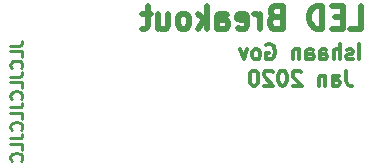
<source format=gbr>
G04 #@! TF.GenerationSoftware,KiCad,Pcbnew,(5.1.4)-1*
G04 #@! TF.CreationDate,2020-03-27T03:55:43-04:00*
G04 #@! TF.ProjectId,RGB_endstop_breakout,5247425f-656e-4647-9374-6f705f627265,rev?*
G04 #@! TF.SameCoordinates,Original*
G04 #@! TF.FileFunction,Legend,Bot*
G04 #@! TF.FilePolarity,Positive*
%FSLAX46Y46*%
G04 Gerber Fmt 4.6, Leading zero omitted, Abs format (unit mm)*
G04 Created by KiCad (PCBNEW (5.1.4)-1) date 2020-03-27 03:55:43*
%MOMM*%
%LPD*%
G04 APERTURE LIST*
%ADD10C,0.254000*%
%ADD11C,0.317500*%
%ADD12C,0.476250*%
%ADD13O,2.102000X1.802000*%
%ADD14C,0.100000*%
%ADD15C,1.802000*%
%ADD16O,2.052000X1.802000*%
%ADD17O,1.829200X1.829200*%
%ADD18R,1.829200X1.829200*%
%ADD19C,10.702000*%
G04 APERTURE END LIST*
D10*
X127443619Y-105307047D02*
X128169333Y-105307047D01*
X128314476Y-105258666D01*
X128411238Y-105161904D01*
X128459619Y-105016761D01*
X128459619Y-104920000D01*
X128459619Y-106274666D02*
X128459619Y-105790857D01*
X127443619Y-105790857D01*
X128362857Y-107193904D02*
X128411238Y-107145523D01*
X128459619Y-107000380D01*
X128459619Y-106903619D01*
X128411238Y-106758476D01*
X128314476Y-106661714D01*
X128217714Y-106613333D01*
X128024190Y-106564952D01*
X127879047Y-106564952D01*
X127685523Y-106613333D01*
X127588761Y-106661714D01*
X127492000Y-106758476D01*
X127443619Y-106903619D01*
X127443619Y-107000380D01*
X127492000Y-107145523D01*
X127540380Y-107193904D01*
X127443619Y-107919619D02*
X128169333Y-107919619D01*
X128314476Y-107871238D01*
X128411238Y-107774476D01*
X128459619Y-107629333D01*
X128459619Y-107532571D01*
X128459619Y-108887238D02*
X128459619Y-108403428D01*
X127443619Y-108403428D01*
X128362857Y-109806476D02*
X128411238Y-109758095D01*
X128459619Y-109612952D01*
X128459619Y-109516190D01*
X128411238Y-109371047D01*
X128314476Y-109274285D01*
X128217714Y-109225904D01*
X128024190Y-109177523D01*
X127879047Y-109177523D01*
X127685523Y-109225904D01*
X127588761Y-109274285D01*
X127492000Y-109371047D01*
X127443619Y-109516190D01*
X127443619Y-109612952D01*
X127492000Y-109758095D01*
X127540380Y-109806476D01*
X127443619Y-110532190D02*
X128169333Y-110532190D01*
X128314476Y-110483809D01*
X128411238Y-110387047D01*
X128459619Y-110241904D01*
X128459619Y-110145142D01*
X128459619Y-111499809D02*
X128459619Y-111016000D01*
X127443619Y-111016000D01*
X128362857Y-112419047D02*
X128411238Y-112370666D01*
X128459619Y-112225523D01*
X128459619Y-112128761D01*
X128411238Y-111983619D01*
X128314476Y-111886857D01*
X128217714Y-111838476D01*
X128024190Y-111790095D01*
X127879047Y-111790095D01*
X127685523Y-111838476D01*
X127588761Y-111886857D01*
X127492000Y-111983619D01*
X127443619Y-112128761D01*
X127443619Y-112225523D01*
X127492000Y-112370666D01*
X127540380Y-112419047D01*
X127443619Y-113144761D02*
X128169333Y-113144761D01*
X128314476Y-113096380D01*
X128411238Y-112999619D01*
X128459619Y-112854476D01*
X128459619Y-112757714D01*
X128459619Y-114112380D02*
X128459619Y-113628571D01*
X127443619Y-113628571D01*
X128362857Y-115031619D02*
X128411238Y-114983238D01*
X128459619Y-114838095D01*
X128459619Y-114741333D01*
X128411238Y-114596190D01*
X128314476Y-114499428D01*
X128217714Y-114451047D01*
X128024190Y-114402666D01*
X127879047Y-114402666D01*
X127685523Y-114451047D01*
X127588761Y-114499428D01*
X127492000Y-114596190D01*
X127443619Y-114741333D01*
X127443619Y-114838095D01*
X127492000Y-114983238D01*
X127540380Y-115031619D01*
D11*
X156989285Y-106463273D02*
X156989285Y-105193273D01*
X156445000Y-106402797D02*
X156324047Y-106463273D01*
X156082142Y-106463273D01*
X155961190Y-106402797D01*
X155900714Y-106281845D01*
X155900714Y-106221369D01*
X155961190Y-106100416D01*
X156082142Y-106039940D01*
X156263571Y-106039940D01*
X156384523Y-105979464D01*
X156445000Y-105858511D01*
X156445000Y-105798035D01*
X156384523Y-105677083D01*
X156263571Y-105616607D01*
X156082142Y-105616607D01*
X155961190Y-105677083D01*
X155356428Y-106463273D02*
X155356428Y-105193273D01*
X154812142Y-106463273D02*
X154812142Y-105798035D01*
X154872619Y-105677083D01*
X154993571Y-105616607D01*
X155175000Y-105616607D01*
X155295952Y-105677083D01*
X155356428Y-105737559D01*
X153663095Y-106463273D02*
X153663095Y-105798035D01*
X153723571Y-105677083D01*
X153844523Y-105616607D01*
X154086428Y-105616607D01*
X154207380Y-105677083D01*
X153663095Y-106402797D02*
X153784047Y-106463273D01*
X154086428Y-106463273D01*
X154207380Y-106402797D01*
X154267857Y-106281845D01*
X154267857Y-106160892D01*
X154207380Y-106039940D01*
X154086428Y-105979464D01*
X153784047Y-105979464D01*
X153663095Y-105918988D01*
X152514047Y-106463273D02*
X152514047Y-105798035D01*
X152574523Y-105677083D01*
X152695476Y-105616607D01*
X152937380Y-105616607D01*
X153058333Y-105677083D01*
X152514047Y-106402797D02*
X152635000Y-106463273D01*
X152937380Y-106463273D01*
X153058333Y-106402797D01*
X153118809Y-106281845D01*
X153118809Y-106160892D01*
X153058333Y-106039940D01*
X152937380Y-105979464D01*
X152635000Y-105979464D01*
X152514047Y-105918988D01*
X151909285Y-105616607D02*
X151909285Y-106463273D01*
X151909285Y-105737559D02*
X151848809Y-105677083D01*
X151727857Y-105616607D01*
X151546428Y-105616607D01*
X151425476Y-105677083D01*
X151365000Y-105798035D01*
X151365000Y-106463273D01*
X149127380Y-105253750D02*
X149248333Y-105193273D01*
X149429761Y-105193273D01*
X149611190Y-105253750D01*
X149732142Y-105374702D01*
X149792619Y-105495654D01*
X149853095Y-105737559D01*
X149853095Y-105918988D01*
X149792619Y-106160892D01*
X149732142Y-106281845D01*
X149611190Y-106402797D01*
X149429761Y-106463273D01*
X149308809Y-106463273D01*
X149127380Y-106402797D01*
X149066904Y-106342321D01*
X149066904Y-105918988D01*
X149308809Y-105918988D01*
X148341190Y-106463273D02*
X148462142Y-106402797D01*
X148522619Y-106342321D01*
X148583095Y-106221369D01*
X148583095Y-105858511D01*
X148522619Y-105737559D01*
X148462142Y-105677083D01*
X148341190Y-105616607D01*
X148159761Y-105616607D01*
X148038809Y-105677083D01*
X147978333Y-105737559D01*
X147917857Y-105858511D01*
X147917857Y-106221369D01*
X147978333Y-106342321D01*
X148038809Y-106402797D01*
X148159761Y-106463273D01*
X148341190Y-106463273D01*
X147494523Y-105616607D02*
X147192142Y-106463273D01*
X146889761Y-105616607D01*
X155870476Y-107415773D02*
X155870476Y-108322916D01*
X155930952Y-108504345D01*
X156051904Y-108625297D01*
X156233333Y-108685773D01*
X156354285Y-108685773D01*
X154721428Y-108685773D02*
X154721428Y-108020535D01*
X154781904Y-107899583D01*
X154902857Y-107839107D01*
X155144761Y-107839107D01*
X155265714Y-107899583D01*
X154721428Y-108625297D02*
X154842380Y-108685773D01*
X155144761Y-108685773D01*
X155265714Y-108625297D01*
X155326190Y-108504345D01*
X155326190Y-108383392D01*
X155265714Y-108262440D01*
X155144761Y-108201964D01*
X154842380Y-108201964D01*
X154721428Y-108141488D01*
X154116666Y-107839107D02*
X154116666Y-108685773D01*
X154116666Y-107960059D02*
X154056190Y-107899583D01*
X153935238Y-107839107D01*
X153753809Y-107839107D01*
X153632857Y-107899583D01*
X153572380Y-108020535D01*
X153572380Y-108685773D01*
X152060476Y-107536726D02*
X152000000Y-107476250D01*
X151879047Y-107415773D01*
X151576666Y-107415773D01*
X151455714Y-107476250D01*
X151395238Y-107536726D01*
X151334761Y-107657678D01*
X151334761Y-107778630D01*
X151395238Y-107960059D01*
X152120952Y-108685773D01*
X151334761Y-108685773D01*
X150548571Y-107415773D02*
X150427619Y-107415773D01*
X150306666Y-107476250D01*
X150246190Y-107536726D01*
X150185714Y-107657678D01*
X150125238Y-107899583D01*
X150125238Y-108201964D01*
X150185714Y-108443869D01*
X150246190Y-108564821D01*
X150306666Y-108625297D01*
X150427619Y-108685773D01*
X150548571Y-108685773D01*
X150669523Y-108625297D01*
X150730000Y-108564821D01*
X150790476Y-108443869D01*
X150850952Y-108201964D01*
X150850952Y-107899583D01*
X150790476Y-107657678D01*
X150730000Y-107536726D01*
X150669523Y-107476250D01*
X150548571Y-107415773D01*
X149641428Y-107536726D02*
X149580952Y-107476250D01*
X149460000Y-107415773D01*
X149157619Y-107415773D01*
X149036666Y-107476250D01*
X148976190Y-107536726D01*
X148915714Y-107657678D01*
X148915714Y-107778630D01*
X148976190Y-107960059D01*
X149701904Y-108685773D01*
X148915714Y-108685773D01*
X148129523Y-107415773D02*
X148008571Y-107415773D01*
X147887619Y-107476250D01*
X147827142Y-107536726D01*
X147766666Y-107657678D01*
X147706190Y-107899583D01*
X147706190Y-108201964D01*
X147766666Y-108443869D01*
X147827142Y-108564821D01*
X147887619Y-108625297D01*
X148008571Y-108685773D01*
X148129523Y-108685773D01*
X148250476Y-108625297D01*
X148310952Y-108564821D01*
X148371428Y-108443869D01*
X148431904Y-108201964D01*
X148431904Y-107899583D01*
X148371428Y-107657678D01*
X148310952Y-107536726D01*
X148250476Y-107476250D01*
X148129523Y-107415773D01*
D12*
X156209642Y-103861785D02*
X157116785Y-103861785D01*
X157116785Y-101956785D01*
X155574642Y-102863928D02*
X154939642Y-102863928D01*
X154667500Y-103861785D02*
X155574642Y-103861785D01*
X155574642Y-101956785D01*
X154667500Y-101956785D01*
X153851071Y-103861785D02*
X153851071Y-101956785D01*
X153397500Y-101956785D01*
X153125357Y-102047500D01*
X152943928Y-102228928D01*
X152853214Y-102410357D01*
X152762500Y-102773214D01*
X152762500Y-103045357D01*
X152853214Y-103408214D01*
X152943928Y-103589642D01*
X153125357Y-103771071D01*
X153397500Y-103861785D01*
X153851071Y-103861785D01*
X149859642Y-102863928D02*
X149587500Y-102954642D01*
X149496785Y-103045357D01*
X149406071Y-103226785D01*
X149406071Y-103498928D01*
X149496785Y-103680357D01*
X149587500Y-103771071D01*
X149768928Y-103861785D01*
X150494642Y-103861785D01*
X150494642Y-101956785D01*
X149859642Y-101956785D01*
X149678214Y-102047500D01*
X149587500Y-102138214D01*
X149496785Y-102319642D01*
X149496785Y-102501071D01*
X149587500Y-102682500D01*
X149678214Y-102773214D01*
X149859642Y-102863928D01*
X150494642Y-102863928D01*
X148589642Y-103861785D02*
X148589642Y-102591785D01*
X148589642Y-102954642D02*
X148498928Y-102773214D01*
X148408214Y-102682500D01*
X148226785Y-102591785D01*
X148045357Y-102591785D01*
X146684642Y-103771071D02*
X146866071Y-103861785D01*
X147228928Y-103861785D01*
X147410357Y-103771071D01*
X147501071Y-103589642D01*
X147501071Y-102863928D01*
X147410357Y-102682500D01*
X147228928Y-102591785D01*
X146866071Y-102591785D01*
X146684642Y-102682500D01*
X146593928Y-102863928D01*
X146593928Y-103045357D01*
X147501071Y-103226785D01*
X144961071Y-103861785D02*
X144961071Y-102863928D01*
X145051785Y-102682500D01*
X145233214Y-102591785D01*
X145596071Y-102591785D01*
X145777500Y-102682500D01*
X144961071Y-103771071D02*
X145142500Y-103861785D01*
X145596071Y-103861785D01*
X145777500Y-103771071D01*
X145868214Y-103589642D01*
X145868214Y-103408214D01*
X145777500Y-103226785D01*
X145596071Y-103136071D01*
X145142500Y-103136071D01*
X144961071Y-103045357D01*
X144053928Y-103861785D02*
X144053928Y-101956785D01*
X143872500Y-103136071D02*
X143328214Y-103861785D01*
X143328214Y-102591785D02*
X144053928Y-103317500D01*
X142239642Y-103861785D02*
X142421071Y-103771071D01*
X142511785Y-103680357D01*
X142602500Y-103498928D01*
X142602500Y-102954642D01*
X142511785Y-102773214D01*
X142421071Y-102682500D01*
X142239642Y-102591785D01*
X141967500Y-102591785D01*
X141786071Y-102682500D01*
X141695357Y-102773214D01*
X141604642Y-102954642D01*
X141604642Y-103498928D01*
X141695357Y-103680357D01*
X141786071Y-103771071D01*
X141967500Y-103861785D01*
X142239642Y-103861785D01*
X139971785Y-102591785D02*
X139971785Y-103861785D01*
X140788214Y-102591785D02*
X140788214Y-103589642D01*
X140697500Y-103771071D01*
X140516071Y-103861785D01*
X140243928Y-103861785D01*
X140062500Y-103771071D01*
X139971785Y-103680357D01*
X139336785Y-102591785D02*
X138611071Y-102591785D01*
X139064642Y-101956785D02*
X139064642Y-103589642D01*
X138973928Y-103771071D01*
X138792500Y-103861785D01*
X138611071Y-103861785D01*
%LPC*%
D13*
X138840000Y-96110000D03*
D14*
G36*
X139651975Y-97710276D02*
G01*
X139677699Y-97714092D01*
X139702925Y-97720411D01*
X139727411Y-97729172D01*
X139750920Y-97740291D01*
X139773226Y-97753661D01*
X139794114Y-97769152D01*
X139813383Y-97786617D01*
X139830848Y-97805886D01*
X139846339Y-97826774D01*
X139859709Y-97849080D01*
X139870828Y-97872589D01*
X139879589Y-97897075D01*
X139885908Y-97922301D01*
X139889724Y-97948025D01*
X139891000Y-97974000D01*
X139891000Y-99246000D01*
X139889724Y-99271975D01*
X139885908Y-99297699D01*
X139879589Y-99322925D01*
X139870828Y-99347411D01*
X139859709Y-99370920D01*
X139846339Y-99393226D01*
X139830848Y-99414114D01*
X139813383Y-99433383D01*
X139794114Y-99450848D01*
X139773226Y-99466339D01*
X139750920Y-99479709D01*
X139727411Y-99490828D01*
X139702925Y-99499589D01*
X139677699Y-99505908D01*
X139651975Y-99509724D01*
X139626000Y-99511000D01*
X138054000Y-99511000D01*
X138028025Y-99509724D01*
X138002301Y-99505908D01*
X137977075Y-99499589D01*
X137952589Y-99490828D01*
X137929080Y-99479709D01*
X137906774Y-99466339D01*
X137885886Y-99450848D01*
X137866617Y-99433383D01*
X137849152Y-99414114D01*
X137833661Y-99393226D01*
X137820291Y-99370920D01*
X137809172Y-99347411D01*
X137800411Y-99322925D01*
X137794092Y-99297699D01*
X137790276Y-99271975D01*
X137789000Y-99246000D01*
X137789000Y-97974000D01*
X137790276Y-97948025D01*
X137794092Y-97922301D01*
X137800411Y-97897075D01*
X137809172Y-97872589D01*
X137820291Y-97849080D01*
X137833661Y-97826774D01*
X137849152Y-97805886D01*
X137866617Y-97786617D01*
X137885886Y-97769152D01*
X137906774Y-97753661D01*
X137929080Y-97740291D01*
X137952589Y-97729172D01*
X137977075Y-97720411D01*
X138002301Y-97714092D01*
X138028025Y-97710276D01*
X138054000Y-97709000D01*
X139626000Y-97709000D01*
X139651975Y-97710276D01*
X139651975Y-97710276D01*
G37*
D15*
X138840000Y-98610000D03*
D16*
X138840000Y-106390000D03*
X138840000Y-108890000D03*
X138840000Y-111390000D03*
D14*
G36*
X139626975Y-112990276D02*
G01*
X139652699Y-112994092D01*
X139677925Y-113000411D01*
X139702411Y-113009172D01*
X139725920Y-113020291D01*
X139748226Y-113033661D01*
X139769114Y-113049152D01*
X139788383Y-113066617D01*
X139805848Y-113085886D01*
X139821339Y-113106774D01*
X139834709Y-113129080D01*
X139845828Y-113152589D01*
X139854589Y-113177075D01*
X139860908Y-113202301D01*
X139864724Y-113228025D01*
X139866000Y-113254000D01*
X139866000Y-114526000D01*
X139864724Y-114551975D01*
X139860908Y-114577699D01*
X139854589Y-114602925D01*
X139845828Y-114627411D01*
X139834709Y-114650920D01*
X139821339Y-114673226D01*
X139805848Y-114694114D01*
X139788383Y-114713383D01*
X139769114Y-114730848D01*
X139748226Y-114746339D01*
X139725920Y-114759709D01*
X139702411Y-114770828D01*
X139677925Y-114779589D01*
X139652699Y-114785908D01*
X139626975Y-114789724D01*
X139601000Y-114791000D01*
X138079000Y-114791000D01*
X138053025Y-114789724D01*
X138027301Y-114785908D01*
X138002075Y-114779589D01*
X137977589Y-114770828D01*
X137954080Y-114759709D01*
X137931774Y-114746339D01*
X137910886Y-114730848D01*
X137891617Y-114713383D01*
X137874152Y-114694114D01*
X137858661Y-114673226D01*
X137845291Y-114650920D01*
X137834172Y-114627411D01*
X137825411Y-114602925D01*
X137819092Y-114577699D01*
X137815276Y-114551975D01*
X137814000Y-114526000D01*
X137814000Y-113254000D01*
X137815276Y-113228025D01*
X137819092Y-113202301D01*
X137825411Y-113177075D01*
X137834172Y-113152589D01*
X137845291Y-113129080D01*
X137858661Y-113106774D01*
X137874152Y-113085886D01*
X137891617Y-113066617D01*
X137910886Y-113049152D01*
X137931774Y-113033661D01*
X137954080Y-113020291D01*
X137977589Y-113009172D01*
X138002075Y-113000411D01*
X138027301Y-112994092D01*
X138053025Y-112990276D01*
X138079000Y-112989000D01*
X139601000Y-112989000D01*
X139626975Y-112990276D01*
X139626975Y-112990276D01*
G37*
D15*
X138840000Y-113890000D03*
D16*
X131220000Y-106390000D03*
X131220000Y-108890000D03*
X131220000Y-111390000D03*
D14*
G36*
X132006975Y-112990276D02*
G01*
X132032699Y-112994092D01*
X132057925Y-113000411D01*
X132082411Y-113009172D01*
X132105920Y-113020291D01*
X132128226Y-113033661D01*
X132149114Y-113049152D01*
X132168383Y-113066617D01*
X132185848Y-113085886D01*
X132201339Y-113106774D01*
X132214709Y-113129080D01*
X132225828Y-113152589D01*
X132234589Y-113177075D01*
X132240908Y-113202301D01*
X132244724Y-113228025D01*
X132246000Y-113254000D01*
X132246000Y-114526000D01*
X132244724Y-114551975D01*
X132240908Y-114577699D01*
X132234589Y-114602925D01*
X132225828Y-114627411D01*
X132214709Y-114650920D01*
X132201339Y-114673226D01*
X132185848Y-114694114D01*
X132168383Y-114713383D01*
X132149114Y-114730848D01*
X132128226Y-114746339D01*
X132105920Y-114759709D01*
X132082411Y-114770828D01*
X132057925Y-114779589D01*
X132032699Y-114785908D01*
X132006975Y-114789724D01*
X131981000Y-114791000D01*
X130459000Y-114791000D01*
X130433025Y-114789724D01*
X130407301Y-114785908D01*
X130382075Y-114779589D01*
X130357589Y-114770828D01*
X130334080Y-114759709D01*
X130311774Y-114746339D01*
X130290886Y-114730848D01*
X130271617Y-114713383D01*
X130254152Y-114694114D01*
X130238661Y-114673226D01*
X130225291Y-114650920D01*
X130214172Y-114627411D01*
X130205411Y-114602925D01*
X130199092Y-114577699D01*
X130195276Y-114551975D01*
X130194000Y-114526000D01*
X130194000Y-113254000D01*
X130195276Y-113228025D01*
X130199092Y-113202301D01*
X130205411Y-113177075D01*
X130214172Y-113152589D01*
X130225291Y-113129080D01*
X130238661Y-113106774D01*
X130254152Y-113085886D01*
X130271617Y-113066617D01*
X130290886Y-113049152D01*
X130311774Y-113033661D01*
X130334080Y-113020291D01*
X130357589Y-113009172D01*
X130382075Y-113000411D01*
X130407301Y-112994092D01*
X130433025Y-112990276D01*
X130459000Y-112989000D01*
X131981000Y-112989000D01*
X132006975Y-112990276D01*
X132006975Y-112990276D01*
G37*
D15*
X131220000Y-113890000D03*
D17*
X159160000Y-102460000D03*
X161700000Y-102460000D03*
X159160000Y-105000000D03*
X161700000Y-105000000D03*
X159160000Y-107540000D03*
D18*
X161700000Y-107540000D03*
D19*
X149000000Y-115000000D03*
X149000000Y-95000000D03*
M02*

</source>
